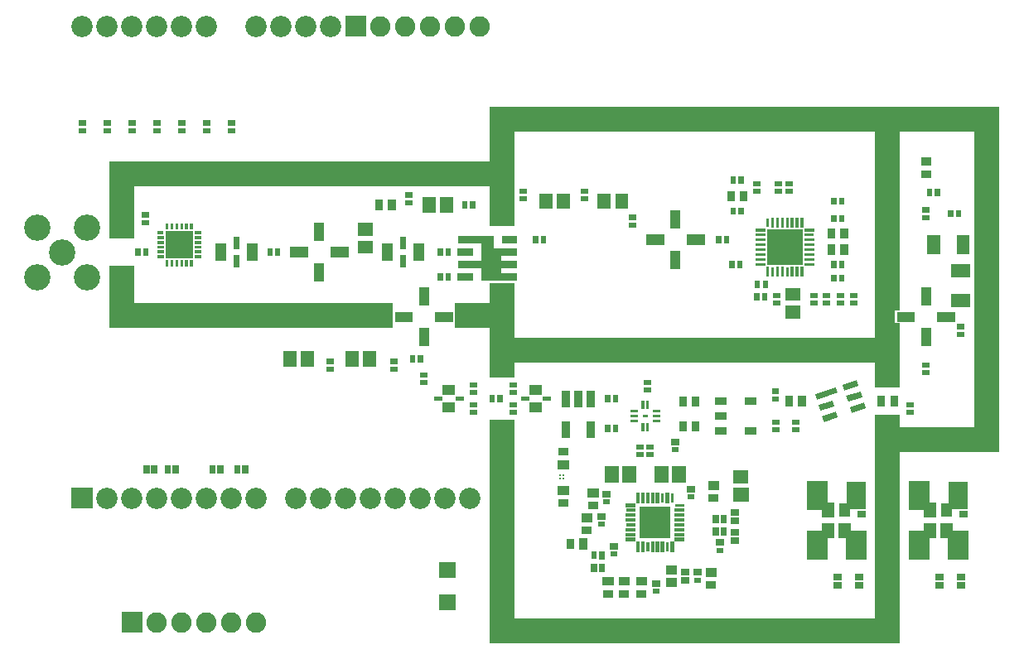
<source format=gbr>
G04 start of page 8 for group -4063 idx -4063 *
G04 Title: (unknown), componentmask *
G04 Creator: pcb 1.99z *
G04 CreationDate: Wed 29 Jul 2020 02:45:22 PM GMT UTC *
G04 For: mark *
G04 Format: Gerber/RS-274X *
G04 PCB-Dimensions (mil): 4300.00 3300.00 *
G04 PCB-Coordinate-Origin: lower left *
%MOIN*%
%FSLAX25Y25*%
%LNTOPMASK*%
%ADD146R,0.0800X0.0800*%
%ADD145R,0.0088X0.0088*%
%ADD144R,0.0512X0.0512*%
%ADD143R,0.0572X0.0572*%
%ADD142R,0.0148X0.0148*%
%ADD141R,0.1005X0.1005*%
%ADD140R,0.0440X0.0440*%
%ADD139R,0.0787X0.0787*%
%ADD138R,0.0847X0.0847*%
%ADD137R,0.0113X0.0113*%
%ADD136C,0.0111*%
%ADD135R,0.0295X0.0295*%
%ADD134R,0.0355X0.0355*%
%ADD133R,0.0197X0.0197*%
%ADD132R,0.0133X0.0133*%
%ADD131R,0.0118X0.0118*%
%ADD130R,0.0257X0.0257*%
%ADD129R,0.0236X0.0236*%
%ADD128R,0.0424X0.0424*%
%ADD127R,0.0315X0.0315*%
%ADD126R,0.0500X0.0500*%
%ADD125R,0.0300X0.0300*%
%ADD124R,0.0393X0.0393*%
%ADD123R,0.0153X0.0153*%
%ADD122R,0.0400X0.0400*%
%ADD121R,0.0415X0.0415*%
%ADD120R,0.0310X0.0310*%
%ADD119R,0.1000X0.1000*%
%ADD118R,0.0212X0.0212*%
%ADD117R,0.0527X0.0527*%
%ADD116C,0.1060*%
%ADD115C,0.0860*%
%ADD114C,0.0820*%
%ADD113C,0.0001*%
G54D113*G36*
X149906Y274594D02*Y266394D01*
X158106D01*
Y274594D01*
X149906D01*
G37*
G54D114*X164006Y270494D03*
X174006D03*
X184006D03*
X194006D03*
X204006D03*
G54D115*X190006Y80494D03*
X200006D03*
X160006D03*
X170006D03*
X180006D03*
G54D113*G36*
X187706Y54794D02*Y48194D01*
X194306D01*
Y54794D01*
X187706D01*
G37*
G54D115*X104006Y80494D03*
X94006D03*
X114006D03*
X130006D03*
X140006D03*
X150006D03*
G54D113*G36*
X39706Y84794D02*Y76194D01*
X48306D01*
Y84794D01*
X39706D01*
G37*
G54D115*X54006Y80494D03*
X64006D03*
X74006D03*
X84006D03*
X44006Y270494D03*
X54006D03*
X64006D03*
X74006D03*
X84006D03*
X94006D03*
X114006D03*
X124006D03*
X134006D03*
X144006D03*
G54D116*X36006Y179494D03*
X26006Y189494D03*
Y169494D03*
X46006Y189494D03*
Y169494D03*
G54D113*G36*
X59906Y34594D02*Y26394D01*
X68106D01*
Y34594D01*
X59906D01*
G37*
G54D114*X74006Y30494D03*
X84006D03*
X94006D03*
X104006D03*
X114006D03*
G54D113*G36*
X187706Y41794D02*Y35194D01*
X194306D01*
Y41794D01*
X187706D01*
G37*
G54D117*X329613Y155451D02*X330399D01*
X329613Y162537D02*X330399D01*
G54D113*G36*
X363006Y157994D02*Y149994D01*
X371006D01*
Y157994D01*
X363006D01*
G37*
G54D118*X349580Y169387D02*Y168601D01*
X346432Y169387D02*Y168601D01*
X328113Y203920D02*X328899D01*
X328113Y207068D02*X328899D01*
X323613Y203920D02*X324399D01*
X323613Y207068D02*X324399D01*
G54D119*X368006Y232994D02*Y160994D01*
G54D120*X345447Y180986D02*Y180002D01*
X350565Y180986D02*Y180002D01*
G54D119*X368006Y232994D02*Y160994D01*
G54D117*X261049Y200387D02*Y199601D01*
X253963Y200387D02*Y199601D01*
G54D118*X265113Y190420D02*X265899D01*
G54D121*X272906Y184494D02*X276106D01*
G54D119*X213006Y232994D02*X368006D01*
G54D118*X315113Y207068D02*X315899D01*
X309080Y208887D02*Y208101D01*
X305932Y208887D02*Y208101D01*
X315113Y203920D02*X315899D01*
X309080Y196387D02*Y195601D01*
X305932Y196387D02*Y195601D01*
G54D120*X304947Y202486D02*Y201502D01*
X310065Y202486D02*Y201502D01*
X345447Y187486D02*Y186502D01*
X350565Y187486D02*Y186502D01*
G54D118*X349580Y193387D02*Y192601D01*
X346432Y193387D02*Y192601D01*
X349580Y200387D02*Y199601D01*
X346432Y200387D02*Y199601D01*
X176932Y136887D02*Y136101D01*
G54D122*X171756Y153494D02*X174956D01*
G54D118*X180080Y136887D02*Y136101D01*
G54D121*X181506Y146944D02*Y143744D01*
Y163244D02*Y160044D01*
G54D118*X181113Y126920D02*X181899D01*
X181113Y130068D02*X181899D01*
G54D123*X186270Y120494D02*X188081D01*
X194931D02*X196742D01*
G54D124*X190915Y116951D02*X192096D01*
X190915Y124037D02*X192096D01*
G54D123*X229931Y120494D02*X231742D01*
X221270D02*X223081D01*
G54D124*X225915Y124037D02*X227096D01*
X225915Y116951D02*X227096D01*
G54D119*X213000Y107000D02*Y27000D01*
Y140000D02*Y134000D01*
X213006Y161994D02*Y139994D01*
X212994Y162006D02*Y154006D01*
X198994D02*X212994D01*
G54D125*X210506Y171994D02*X211206D01*
X210506Y176994D02*X211206D01*
X210506Y169494D02*X211906D01*
X210506Y174494D02*X211906D01*
X214406Y169494D02*X217406D01*
X210506Y179494D02*X211906D01*
X202106Y184494D02*X203506D01*
X202106Y174494D02*X203506D01*
X214406Y179494D02*X217406D01*
X214406Y174494D02*X217406D01*
G54D126*X207006Y183494D02*Y170494D01*
G54D125*X196606Y184494D02*X199606D01*
G54D127*X214406D02*X217406D01*
G54D118*X226432Y184887D02*Y184101D01*
X229580Y184887D02*Y184101D01*
G54D127*X196606Y179494D02*X199606D01*
G54D125*X196606Y174494D02*X199606D01*
G54D127*X196606Y169494D02*X199606D01*
G54D118*X143313Y135568D02*X144099D01*
X143313Y132420D02*X144099D01*
G54D117*X127463Y136887D02*Y136101D01*
X134549Y136887D02*Y136101D01*
X159549Y136887D02*Y136101D01*
X152463Y136887D02*Y136101D01*
G54D118*X169113Y135568D02*X169899D01*
X169113Y132420D02*X169899D01*
X122654Y179887D02*Y179101D01*
G54D122*X139356Y172944D02*Y169744D01*
G54D121*X129606Y179494D02*X132806D01*
G54D119*X59994Y154006D02*X163994D01*
G54D118*X83613Y228420D02*X84399D01*
X93613D02*X94399D01*
X73613D02*X74399D01*
X119506Y179887D02*Y179101D01*
G54D128*X99750Y180990D02*Y177998D01*
X112506Y180990D02*Y177998D01*
G54D129*X106128Y184415D02*Y181856D01*
Y177132D02*Y174573D01*
G54D130*X99580Y92387D02*Y91601D01*
X96432Y92387D02*Y91601D01*
X109580Y92387D02*Y91601D01*
X106432Y92387D02*Y91601D01*
G54D118*X69580Y179887D02*Y179101D01*
G54D131*X74935Y187415D02*X76116D01*
G54D132*X74935Y185447D02*X76116D01*
X74935Y183478D02*X76116D01*
X74935Y181510D02*X76116D01*
X74935Y179541D02*X76116D01*
G54D118*X66432Y179887D02*Y179101D01*
G54D119*X59994Y169006D02*Y154006D01*
Y211006D02*Y190006D01*
G54D113*G36*
X77518Y187982D02*Y177006D01*
X88494D01*
Y187982D01*
X77518D01*
G37*
G54D131*X83990Y190565D02*Y189384D01*
X82022Y190565D02*Y189384D01*
X80053Y190565D02*Y189384D01*
X78085Y190565D02*Y189384D01*
G54D132*X74935Y177573D02*X76116D01*
X89896D02*X91077D01*
X89896Y179541D02*X91077D01*
X89896Y181510D02*X91077D01*
G54D131*X78085Y175604D02*Y174423D01*
X80053Y175604D02*Y174423D01*
X82022Y175604D02*Y174423D01*
X83990Y175604D02*Y174423D01*
X85959Y175604D02*Y174423D01*
X87927Y175604D02*Y174423D01*
G54D132*X89896Y183478D02*X91077D01*
X89896Y185447D02*X91077D01*
X89896Y187415D02*X91077D01*
G54D131*X87927Y190565D02*Y189384D01*
X85959Y190565D02*Y189384D01*
G54D130*X69858Y92387D02*Y91601D01*
X73006Y92387D02*Y91601D01*
X78432Y92387D02*Y91601D01*
X81580Y92387D02*Y91601D01*
G54D118*X43613Y228420D02*X44399D01*
X43613Y231568D02*X44399D01*
X53613Y228420D02*X54399D01*
X53613Y231568D02*X54399D01*
X63613Y228420D02*X64399D01*
X63613Y231568D02*X64399D01*
X83613D02*X84399D01*
X73613D02*X74399D01*
X93613D02*X94399D01*
G54D128*X166750Y180990D02*Y177998D01*
X179506Y180990D02*Y177998D01*
G54D129*X173128Y184415D02*Y181856D01*
Y177132D02*Y174573D01*
G54D117*X157613Y181494D02*X158399D01*
G54D121*X145906Y179494D02*X149106D01*
G54D122*X188056Y153494D02*X191256D01*
G54D118*X188006Y169887D02*Y169101D01*
X191154Y169887D02*Y169101D01*
Y179887D02*Y179101D01*
X188006Y179887D02*Y179101D01*
G54D120*X168565Y198986D02*Y198002D01*
X163447Y198986D02*Y198002D01*
G54D117*X157613Y188580D02*X158399D01*
G54D118*X69113Y194568D02*X69899D01*
X69113Y191420D02*X69899D01*
G54D119*X59994Y211006D02*X212994D01*
G54D122*X139356Y189244D02*Y186044D01*
G54D117*X183463Y198887D02*Y198101D01*
X190549Y198887D02*Y198101D01*
G54D118*X197932Y198887D02*Y198101D01*
X201080Y198887D02*Y198101D01*
G54D119*X212994Y211006D02*Y195006D01*
G54D118*X175113Y199420D02*X175899D01*
X175113Y202568D02*X175899D01*
G54D117*X237549Y200387D02*Y199601D01*
X230463Y200387D02*Y199601D01*
G54D118*X245613Y204068D02*X246399D01*
X245613Y200920D02*X246399D01*
X103613Y228420D02*X104399D01*
X103613Y231568D02*X104399D01*
G54D119*X213006Y232994D02*Y194994D01*
G54D118*X221113Y200920D02*X221899D01*
X221113Y204068D02*X221899D01*
G54D130*X282113Y103068D02*X282899D01*
G54D133*X282113Y99920D02*X282899D01*
G54D130*X288613Y84068D02*X289399D01*
G54D133*X288613Y80920D02*X289399D01*
G54D134*X297514Y85553D02*X298498D01*
G54D135*X297514Y80435D02*X298498D01*
G54D130*X298932Y72387D02*Y71601D01*
X302080Y72387D02*Y71601D01*
X302074Y67393D02*Y66607D01*
G54D118*X271113Y127068D02*X271899D01*
X271113Y123920D02*X271899D01*
G54D135*X237014Y78435D02*X237998D01*
G54D134*X237014Y83553D02*X237998D01*
X249014Y82553D02*X249998D01*
G54D130*X254613Y82068D02*X255399D01*
G54D135*X237014Y99053D02*X237998D01*
G54D134*X237014Y93935D02*X237998D01*
G54D136*X237696Y89684D03*
X236316D03*
X237696Y88304D03*
X236316D03*
G54D135*X249014Y77435D02*X249998D01*
G54D133*X254613Y78920D02*X255399D01*
G54D134*X246514Y72553D02*X247498D01*
G54D135*X246514Y67435D02*X247498D01*
G54D130*X252613Y73068D02*X253399D01*
G54D133*X252613Y69920D02*X253399D01*
G54D137*X274049Y113494D02*X276018D01*
X274049Y111526D02*X276018D01*
X274049Y115463D02*X276018D01*
G54D119*X213000Y140000D02*X368000D01*
X213006Y139994D02*X368006D01*
G54D118*X212080Y120887D02*Y120101D01*
X217113Y114920D02*X217899D01*
X217113Y118068D02*X217899D01*
X217113Y122920D02*X217899D01*
X217113Y126068D02*X217899D01*
X201113D02*X201899D01*
G54D127*X238506Y122244D02*Y118744D01*
X243506Y122244D02*Y118744D01*
X248506Y122244D02*Y118744D01*
X238506Y109744D02*Y106244D01*
G54D118*X208932Y120887D02*Y120101D01*
X201113Y114920D02*X201899D01*
X201113Y118068D02*X201899D01*
X201113Y122920D02*X201899D01*
G54D120*X383014Y210935D02*X383998D01*
G54D118*X388080Y203887D02*Y203101D01*
X384932Y203887D02*Y203101D01*
G54D120*X383014Y216053D02*X383998D01*
G54D118*X396580Y195387D02*Y194601D01*
X393432Y195387D02*Y194601D01*
G54D119*X368006Y232994D02*X408006D01*
G54D118*X383113Y193420D02*X383899D01*
X383113Y196568D02*X383899D01*
X383113Y134068D02*X383899D01*
X383113Y130920D02*X383899D01*
G54D117*X396325Y171899D02*X398687D01*
X386601Y183675D02*Y181313D01*
X398411Y183675D02*Y181313D01*
X396325Y160089D02*X398687D01*
G54D118*X397113Y149568D02*X397899D01*
X397113Y146420D02*X397899D01*
G54D122*X373756Y153494D02*X376956D01*
X390056D02*X393256D01*
G54D121*X383506Y163244D02*Y160044D01*
Y146944D02*Y143744D01*
G54D119*X408006Y232994D02*Y103994D01*
G54D120*X365506Y119986D02*Y119002D01*
X370624Y119986D02*Y119002D01*
G54D118*X376613Y118068D02*X377399D01*
X376613Y114920D02*X377399D01*
G54D119*X368006Y103994D02*X408006D01*
G54D138*X380632Y83069D02*Y79919D01*
G54D139*X396380Y83069D02*Y79919D01*
G54D130*X398113Y73994D02*X398899D01*
X398113Y77142D02*X398899D01*
G54D138*X396380Y63069D02*Y59919D01*
G54D130*X397113Y45420D02*X397899D01*
X397113Y48568D02*X397899D01*
G54D126*X391806Y67694D02*Y66894D01*
G54D138*X380632Y63069D02*Y59919D01*
G54D126*X385206Y67694D02*Y66894D01*
G54D130*X388613Y48568D02*X389399D01*
X388613Y45420D02*X389399D01*
G54D140*X391806Y76094D02*Y75294D01*
G54D126*X385206Y76094D02*Y75294D01*
G54D119*X213000Y27000D02*X368000D01*
Y109000D02*Y27000D01*
G54D141*X368006Y108994D02*Y103994D01*
G54D113*G36*
X338756Y122373D02*X347181Y125110D01*
X347911Y122864D01*
X339486Y120127D01*
X338756Y122373D01*
G37*
G36*
X341677Y113387D02*X347293Y115212D01*
X348023Y112965D01*
X342407Y111140D01*
X341677Y113387D01*
G37*
G36*
X340122Y117928D02*X345881Y119799D01*
X346657Y117410D01*
X340898Y115539D01*
X340122Y117928D01*
G37*
G36*
X351355Y121578D02*X357114Y123449D01*
X357890Y121060D01*
X352131Y119189D01*
X351355Y121578D01*
G37*
G54D130*X347613Y48568D02*X348399D01*
X356113D02*X356899D01*
X347613Y45420D02*X348399D01*
X356113D02*X356899D01*
G54D138*X339632Y63069D02*Y59919D01*
X355380Y63069D02*Y59919D01*
G54D130*X357113Y73994D02*X357899D01*
G54D133*X357113Y77142D02*X357899D01*
G54D142*X267569Y62128D02*Y59569D01*
G54D134*X245565Y62486D02*Y61502D01*
G54D135*X240447Y62486D02*Y61502D01*
G54D130*X257613Y61068D02*X258399D01*
G54D133*X257613Y57920D02*X258399D01*
G54D130*X253080Y57887D02*Y57101D01*
G54D133*X249932Y57887D02*Y57101D01*
G54D130*Y52887D02*Y52101D01*
X253080Y52887D02*Y52101D01*
G54D142*X275443Y62128D02*Y59569D01*
X273474Y62128D02*Y59569D01*
G54D131*X271506Y62128D02*Y59569D01*
G54D142*X269537Y62128D02*Y59569D01*
G54D130*X274607Y46080D02*X275393D01*
G54D133*X274607Y42932D02*X275393D01*
G54D135*X261514Y41935D02*X262498D01*
G54D134*X268514Y47059D02*X269498D01*
G54D135*X268514Y41941D02*X269498D01*
G54D134*X261514Y47053D02*X262498D01*
G54D135*X255008Y41935D02*X255992D01*
G54D134*X255008Y47053D02*X255992D01*
G54D142*X281348Y62128D02*Y59569D01*
G54D131*X279380Y62128D02*Y59569D01*
G54D142*X277411Y62128D02*Y59569D01*
G54D130*X286113Y50568D02*X286899D01*
X286113Y47420D02*X286899D01*
G54D134*X280514Y51553D02*X281498D01*
X280514Y46435D02*X281498D01*
X296514Y50553D02*X297498D01*
G54D135*X296514Y45435D02*X297498D01*
G54D130*X291113Y50568D02*X291899D01*
G54D133*X291113Y47420D02*X291899D01*
G54D143*X308613Y81951D02*X309399D01*
G54D144*X308613Y89037D02*X309399D01*
G54D130*X306113Y74568D02*X306899D01*
X306113Y71420D02*X306899D01*
X306113Y63420D02*X306899D01*
X306113Y66568D02*X306899D01*
X300113Y62568D02*X300899D01*
G54D133*X300113Y59420D02*X300899D01*
G54D130*X298926Y67393D02*Y66607D01*
G54D118*X268113Y101068D02*X268899D01*
X268113Y97920D02*X268899D01*
X272113Y101068D02*X272899D01*
X272113Y97920D02*X272899D01*
G54D143*X276963Y90387D02*Y89601D01*
X256963Y90387D02*Y89601D01*
X264049Y90387D02*Y89601D01*
G54D142*X263356Y63781D02*X265915D01*
X263356Y65750D02*X265915D01*
X263356Y67719D02*X265915D01*
G54D131*X263356Y69687D02*X265915D01*
G54D142*X263356Y71656D02*X265915D01*
X263356Y73624D02*X265915D01*
G54D113*G36*
X268258Y76872D02*Y64470D01*
X280659D01*
Y76872D01*
X268258D01*
G37*
G54D131*X283002Y77561D02*X285561D01*
G54D142*X283002Y75593D02*X285561D01*
X283002Y73624D02*X285561D01*
X283002Y71656D02*X285561D01*
X283002Y69687D02*X285561D01*
X283002Y67719D02*X285561D01*
X283002Y65750D02*X285561D01*
X283002Y63781D02*X285561D01*
G54D143*X284049Y90387D02*Y89601D01*
G54D131*X263356Y75593D02*X265915D01*
G54D142*X263356Y77561D02*X265915D01*
X267569Y81774D02*Y79215D01*
X269537Y81774D02*Y79215D01*
X271506Y81774D02*Y79215D01*
X273474Y81774D02*Y79215D01*
X275443Y81774D02*Y79215D01*
G54D131*X277411Y81774D02*Y79215D01*
G54D142*X279380Y81774D02*Y79215D01*
G54D131*X281348Y81774D02*Y79215D01*
G54D138*X339632Y83069D02*Y79919D01*
G54D139*X355380Y83069D02*Y79919D01*
G54D140*X350806Y76094D02*Y75294D01*
G54D126*X344206Y76094D02*Y75294D01*
X350806Y67694D02*Y66894D01*
X344206Y67694D02*Y66894D01*
G54D127*X248506Y109744D02*Y106244D01*
G54D113*G36*
X349989Y126023D02*X355605Y127848D01*
X356336Y125602D01*
X350719Y123776D01*
X349989Y126023D01*
G37*
G36*
X352909Y117037D02*X358526Y118861D01*
X359256Y116615D01*
X353639Y114790D01*
X352909Y117037D01*
G37*
G54D127*X300256Y107494D02*X301756D01*
X312256D02*X313756D01*
X300256Y113494D02*X301756D01*
X300256Y119494D02*X301756D01*
G54D120*X285678Y109944D02*Y108960D01*
X290796Y109944D02*Y108960D01*
X285678Y119944D02*Y118960D01*
X290796Y119944D02*Y118960D01*
G54D118*X315656Y166887D02*Y166101D01*
X318804Y166887D02*Y166101D01*
X315432Y161887D02*Y161101D01*
X318580Y161887D02*Y161101D01*
G54D127*X312256Y119494D02*X313756D01*
G54D137*X319766Y173030D02*Y170274D01*
X315435Y188384D02*X318191D01*
X315435Y186415D02*X318191D01*
X315435Y184447D02*X318191D01*
X315435Y182478D02*X318191D01*
X315435Y180510D02*X318191D01*
X315435Y178541D02*X318191D01*
X315435Y176573D02*X318191D01*
X315435Y174604D02*X318191D01*
G54D120*X328447Y119986D02*Y119002D01*
G54D118*X322520Y120378D02*X323306D01*
X322520Y123526D02*X323306D01*
G54D120*X333565Y119986D02*Y119002D01*
G54D118*X322613Y111068D02*X323399D01*
X330613D02*X331399D01*
X322613Y107920D02*X323399D01*
X330613D02*X331399D01*
G54D137*X333546Y192715D02*Y189959D01*
X331577Y192715D02*Y189959D01*
X329609Y192715D02*Y189959D01*
X327640Y192715D02*Y189959D01*
X325672Y192715D02*Y189959D01*
Y173030D02*Y170274D01*
G54D145*X327640Y173030D02*Y170274D01*
G54D137*X329609Y173030D02*Y170274D01*
X331577Y173030D02*Y170274D01*
G54D113*G36*
X319494Y188656D02*Y174332D01*
X333818D01*
Y188656D01*
X319494D01*
G37*
G54D137*X323703Y192715D02*Y189959D01*
X321735Y192715D02*Y189959D01*
G54D145*X319766Y192715D02*Y189959D01*
X321735Y173030D02*Y170274D01*
G54D137*X323703Y173030D02*Y170274D01*
X335120Y174604D02*X337876D01*
X335120Y176573D02*X337876D01*
X335120Y178541D02*X337876D01*
X335120Y180510D02*X337876D01*
X333546Y173030D02*Y170274D01*
X335120Y182478D02*X337876D01*
X335120Y184447D02*X337876D01*
G54D145*X335120Y186415D02*X337876D01*
G54D137*X335120Y188384D02*X337876D01*
G54D118*X346432Y174887D02*Y174101D01*
X349580Y174887D02*Y174101D01*
X348613Y158920D02*X349399D01*
X354113D02*X354899D01*
X343113D02*X343899D01*
X338113D02*X338899D01*
X348613Y162068D02*X349399D01*
X354113D02*X354899D01*
X343113D02*X343899D01*
X338113D02*X338899D01*
G54D119*X368000Y140000D02*Y130000D01*
X368006Y145994D02*Y139994D01*
Y145994D02*Y129994D01*
G54D146*X367006Y153994D02*Y152994D01*
G54D131*X270112Y113494D02*X270900D01*
G54D137*X269522Y119006D02*Y117037D01*
X271490Y119006D02*Y117037D01*
X269522Y109951D02*Y107982D01*
X271490Y109951D02*Y107982D01*
X264994Y113494D02*X266963D01*
X264994Y111526D02*X266963D01*
X264994Y115463D02*X266963D01*
G54D118*X255385Y120887D02*Y120101D01*
X258533Y120887D02*Y120101D01*
X258580Y108887D02*Y108101D01*
X255432Y108887D02*Y108101D01*
X265113Y193568D02*X265899D01*
G54D122*X282656Y177944D02*Y174744D01*
Y194244D02*Y191044D01*
G54D118*X323113Y158920D02*X323899D01*
X323113Y162068D02*X323899D01*
X300082Y184887D02*Y184101D01*
X303230Y184887D02*Y184101D01*
G54D121*X289206Y184494D02*X292406D01*
G54D118*X308580Y174887D02*Y174101D01*
X305432Y174887D02*Y174101D01*
M02*

</source>
